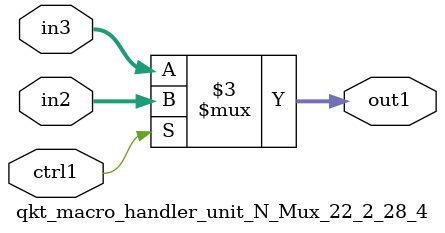
<source format=v>

`timescale 1ps / 1ps


module qkt_macro_handler_unit_N_Mux_22_2_28_4( in3, in2, ctrl1, out1 );

    input [21:0] in3;
    input [21:0] in2;
    input ctrl1;
    output [21:0] out1;
    reg [21:0] out1;

    
    // rtl_process:qkt_macro_handler_unit_N_Mux_22_2_28_4/qkt_macro_handler_unit_N_Mux_22_2_28_4_thread_1
    always @*
      begin : qkt_macro_handler_unit_N_Mux_22_2_28_4_thread_1
        case (ctrl1) 
          1'b1: 
            begin
              out1 = in2;
            end
          default: 
            begin
              out1 = in3;
            end
        endcase
      end

endmodule



</source>
